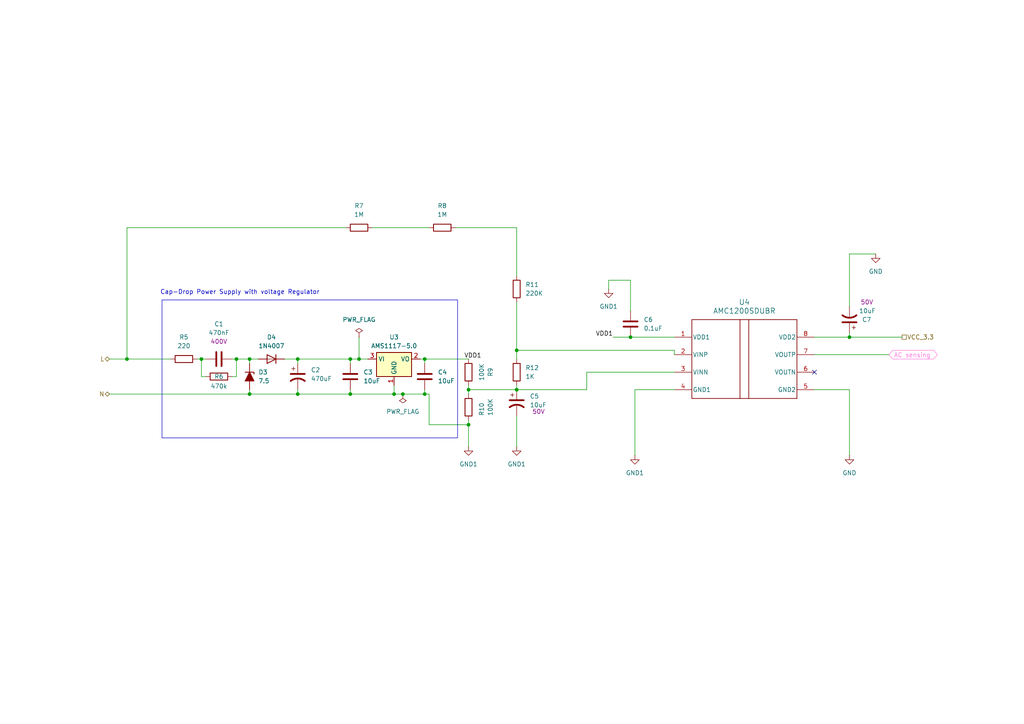
<source format=kicad_sch>
(kicad_sch (version 20250114) (generator "eeschema") (generator_version "9.0")
  (paper "A4")
  (lib_symbols
    (symbol "2025-08-05_00-17-59:AMC1200SDUBR" (pin_names (offset 0.254))
      (property "Reference" "U" (at 0 2.54 0))
      (property "Value" "AMC1200SDUBR" (at 0 0 0))
      (symbol "AMC1200SDUBR_0_1"
        (polyline (pts (xy 5.08 5.08) (xy 5.08 -17.78)) (stroke (width 0.2032)))
        (polyline (pts (xy 5.08 -17.78) (xy 35.56 -17.78)) (stroke (width 0.2032)))
        (polyline (pts (xy 19.05 5.08) (xy 19.05 -17.78)) (stroke (width 0.2032)))
        (polyline (pts (xy 21.59 5.08) (xy 21.59 -17.78)) (stroke (width 0.2032)))
        (polyline (pts (xy 35.56 5.08) (xy 5.08 5.08)) (stroke (width 0.2032)))
        (polyline (pts (xy 35.56 -17.78) (xy 35.56 5.08)) (stroke (width 0.2032)))
        (pin power_in line (at 0 0 0) (length 5.08) (name "VDD1") (number "1"))
        (pin power_in line (at 0 -15.24 0) (length 5.08) (name "GND1") (number "4"))
        (pin power_in line (at 40.64 0 180) (length 5.08) (name "VDD2") (number "8"))
        (pin power_in line (at 40.64 -15.24 180) (length 5.08) (name "GND2") (number "5"))
      )
      (symbol "AMC1200SDUBR_1_1"
        (pin input line (at 0 -5.08 0) (length 5.08) (name "VINP") (number "2"))
        (pin input line (at 0 -10.16 0) (length 5.08) (name "VINN") (number "3"))
        (pin output line (at 40.64 -5.08 180) (length 5.08) (name "VOUTP") (number "7"))
        (pin output line (at 40.64 -10.16 180) (length 5.08) (name "VOUTN") (number "6"))
      )
    )
    (symbol "Device:C" (pin_numbers (hide yes)) (pin_names (offset 0.254))
      (property "Reference" "C" (at 0.635 2.54 0))
      (property "Value" "C" (at 0.635 -2.54 0))
      (symbol "C_0_1"
        (polyline (pts (xy -2.032 0.762) (xy 2.032 0.762)) (stroke (width 0.508)))
        (polyline (pts (xy -2.032 -0.762) (xy 2.032 -0.762)) (stroke (width 0.508)))
      )
      (symbol "C_1_1"
        (pin passive line (at 0 3.81 270) (length 2.794) (name "~") (number "1"))
        (pin passive line (at 0 -3.81 90) (length 2.794) (name "~") (number "2"))
      )
    )
    (symbol "Device:C_Polarized_US" (pin_numbers (hide yes)) (pin_names (offset 0.254) (hide yes))
      (property "Reference" "C" (at 0.635 2.54 0))
      (property "Value" "C_Polarized_US" (at 0.635 -2.54 0))
      (symbol "C_Polarized_US_0_1"
        (polyline (pts (xy -2.032 0.762) (xy 2.032 0.762)) (stroke (width 0.508)))
        (polyline (pts (xy -1.778 2.286) (xy -0.762 2.286)))
        (polyline (pts (xy -1.27 1.778) (xy -1.27 2.794)))
        (arc (start -2.032 -1.27) (mid 0 -0.5572) (end 2.032 -1.27) (stroke (width 0.508)))
      )
      (symbol "C_Polarized_US_1_1"
        (pin passive line (at 0 3.81 270) (length 2.794) (name "~") (number "1"))
        (pin passive line (at 0 -3.81 90) (length 3.302) (name "~") (number "2"))
      )
    )
    (symbol "Device:D_Zener_Filled" (pin_numbers (hide yes)) (pin_names (offset 1.016) (hide yes))
      (property "Reference" "D" (at 0 2.54 0))
      (property "Value" "D_Zener_Filled" (at 0 -2.54 0))
      (symbol "D_Zener_Filled_0_1"
        (polyline (pts (xy -1.27 -1.27) (xy -1.27 1.27) (xy -0.762 1.27)) (stroke (width 0.254)))
        (polyline (pts (xy 1.27 0) (xy -1.27 0)))
        (polyline (pts (xy 1.27 -1.27) (xy 1.27 1.27) (xy -1.27 0) (xy 1.27 -1.27)) (stroke (width 0.254)) (fill (type outline)))
      )
      (symbol "D_Zener_Filled_1_1"
        (pin passive line (at -3.81 0 0) (length 2.54) (name "K") (number "1"))
        (pin passive line (at 3.81 0 180) (length 2.54) (name "A") (number "2"))
      )
    )
    (symbol "Device:R" (pin_numbers (hide yes)) (pin_names (offset 0))
      (property "Reference" "R" (at 2.032 0 90))
      (property "Value" "R" (at 0 0 90))
      (symbol "R_0_1"
        (rectangle (start -1.016 -2.54) (end 1.016 2.54) (stroke (width 0.254)))
      )
      (symbol "R_1_1"
        (pin passive line (at 0 3.81 270) (length 1.27) (name "~") (number "1"))
        (pin passive line (at 0 -3.81 90) (length 1.27) (name "~") (number "2"))
      )
    )
    (symbol "Diode:1N4007" (pin_numbers (hide yes)) (pin_names (hide yes))
      (property "Reference" "D" (at 0 2.54 0))
      (property "Value" "1N4007" (at 0 -2.54 0))
      (symbol "1N4007_0_1"
        (polyline (pts (xy -1.27 1.27) (xy -1.27 -1.27)) (stroke (width 0.254)))
        (polyline (pts (xy 1.27 1.27) (xy 1.27 -1.27) (xy -1.27 0) (xy 1.27 1.27)) (stroke (width 0.254)))
        (polyline (pts (xy 1.27 0) (xy -1.27 0)))
      )
      (symbol "1N4007_1_1"
        (pin passive line (at -3.81 0 0) (length 2.54) (name "K") (number "1"))
        (pin passive line (at 3.81 0 180) (length 2.54) (name "A") (number "2"))
      )
    )
    (symbol "Regulator_Linear:AMS1117-5.0"
      (property "Reference" "U" (at -3.81 3.175 0))
      (property "Value" "AMS1117-5.0" (at 0 3.175 0))
      (symbol "AMS1117-5.0_0_1"
        (rectangle (start -5.08 -5.08) (end 5.08 1.905) (stroke (width 0.254)) (fill (type background)))
      )
      (symbol "AMS1117-5.0_1_1"
        (pin power_in line (at -7.62 0 0) (length 2.54) (name "VI") (number "3"))
        (pin power_in line (at 0 -7.62 90) (length 2.54) (name "GND") (number "1"))
        (pin power_out line (at 7.62 0 180) (length 2.54) (name "VO") (number "2"))
      )
    )
    (symbol "power:GND" (power) (pin_numbers (hide yes)) (pin_names (offset 0) (hide yes))
      (property "Value" "GND" (at 0 -3.81 0))
      (symbol "GND_0_1"
        (polyline (pts (xy 0 0) (xy 0 -1.27) (xy 1.27 -1.27) (xy 0 -2.54) (xy -1.27 -1.27) (xy 0 -1.27)))
      )
      (symbol "GND_1_1"
        (pin power_in line (at 0 0 270) (length 0) (name "~") (number "1"))
      )
    )
    (symbol "power:GND1" (power) (pin_numbers (hide yes)) (pin_names (offset 0) (hide yes))
      (property "Value" "GND1" (at 0 -3.81 0))
      (symbol "GND1_0_1"
        (polyline (pts (xy 0 0) (xy 0 -1.27) (xy 1.27 -1.27) (xy 0 -2.54) (xy -1.27 -1.27) (xy 0 -1.27)))
      )
      (symbol "GND1_1_1"
        (pin power_in line (at 0 0 270) (length 0) (name "~") (number "1"))
      )
    )
    (symbol "power:PWR_FLAG" (power) (pin_numbers (hide yes)) (pin_names (offset 0) (hide yes))
      (property "Value" "PWR_FLAG" (at 0 3.81 0))
      (symbol "PWR_FLAG_0_0"
        (pin power_out line (at 0 0 90) (length 0) (name "~") (number "1"))
      )
      (symbol "PWR_FLAG_0_1"
        (polyline (pts (xy 0 0) (xy 0 1.27) (xy -1.016 1.905) (xy 0 2.54) (xy 1.016 1.905) (xy 0 1.27)))
      )
    )
  )
  (rectangle (start 46.99 86.995) (end 132.715 127))
  (text "Cap-Drop Power Supply with voltage Regulator" (at 69.596 84.836 0) (effects (font (size 1.27 1.27))))
  (junction (at 114.3 114.3))
  (junction (at 246.38 97.79))
  (junction (at 68.58 104.14))
  (junction (at 149.86 113.03))
  (junction (at 135.89 123.19))
  (junction (at 123.19 114.3))
  (junction (at 86.36 114.3))
  (junction (at 36.83 104.14))
  (junction (at 104.14 104.14))
  (junction (at 72.39 104.14))
  (junction (at 101.6 114.3))
  (junction (at 101.6 104.14))
  (junction (at 72.39 114.3))
  (junction (at 123.19 104.14))
  (junction (at 135.89 113.03))
  (junction (at 116.84 114.3))
  (junction (at 182.88 97.79))
  (junction (at 58.42 104.14))
  (junction (at 86.36 104.14))
  (junction (at 149.86 101.6))
  (no_connect (at 236.22 107.95))
  (wire (pts (xy 101.6 114.3) (xy 114.3 114.3)))
  (wire (pts (xy 246.38 113.03) (xy 246.38 132.08)))
  (wire (pts (xy 184.15 113.03) (xy 184.15 132.08)))
  (wire (pts (xy 149.86 80.01) (xy 149.86 66.04)))
  (wire (pts (xy 236.22 102.87) (xy 257.81 102.87)))
  (wire (pts (xy 123.19 114.3) (xy 124.46 114.3)))
  (wire (pts (xy 182.88 81.28) (xy 176.53 81.28)))
  (wire (pts (xy 59.69 109.22) (xy 58.42 109.22)))
  (wire (pts (xy 149.86 113.03) (xy 170.18 113.03)))
  (wire (pts (xy 177.8 97.79) (xy 182.88 97.79)))
  (wire (pts (xy 182.88 90.17) (xy 182.88 81.28)))
  (wire (pts (xy 135.89 123.19) (xy 135.89 129.54)))
  (wire (pts (xy 36.83 104.14) (xy 49.53 104.14)))
  (wire (pts (xy 135.89 113.03) (xy 149.86 113.03)))
  (wire (pts (xy 67.31 109.22) (xy 68.58 109.22)))
  (wire (pts (xy 195.58 101.6) (xy 195.58 102.87)))
  (wire (pts (xy 72.39 104.14) (xy 74.93 104.14)))
  (wire (pts (xy 86.36 114.3) (xy 101.6 114.3)))
  (wire (pts (xy 149.86 87.63) (xy 149.86 101.6)))
  (wire (pts (xy 101.6 104.14) (xy 104.14 104.14)))
  (wire (pts (xy 86.36 104.14) (xy 86.36 105.41)))
  (wire (pts (xy 124.46 123.19) (xy 135.89 123.19)))
  (wire (pts (xy 72.39 104.14) (xy 72.39 105.41)))
  (wire (pts (xy 149.86 111.76) (xy 149.86 113.03)))
  (wire (pts (xy 135.89 111.76) (xy 135.89 113.03)))
  (wire (pts (xy 123.19 113.03) (xy 123.19 114.3)))
  (wire (pts (xy 121.92 104.14) (xy 123.19 104.14)))
  (wire (pts (xy 86.36 104.14) (xy 101.6 104.14)))
  (wire (pts (xy 104.14 104.14) (xy 106.68 104.14)))
  (wire (pts (xy 107.95 66.04) (xy 124.46 66.04)))
  (wire (pts (xy 31.75 104.14) (xy 36.83 104.14)))
  (wire (pts (xy 68.58 109.22) (xy 68.58 104.14)))
  (wire (pts (xy 236.22 113.03) (xy 246.38 113.03)))
  (wire (pts (xy 149.86 120.65) (xy 149.86 129.54)))
  (wire (pts (xy 31.75 114.3) (xy 72.39 114.3)))
  (wire (pts (xy 101.6 114.3) (xy 101.6 113.03)))
  (wire (pts (xy 72.39 113.03) (xy 72.39 114.3)))
  (wire (pts (xy 149.86 66.04) (xy 132.08 66.04)))
  (wire (pts (xy 104.14 97.79) (xy 104.14 104.14)))
  (wire (pts (xy 254 73.66) (xy 246.38 73.66)))
  (wire (pts (xy 124.46 114.3) (xy 124.46 123.19)))
  (wire (pts (xy 149.86 101.6) (xy 195.58 101.6)))
  (wire (pts (xy 101.6 105.41) (xy 101.6 104.14)))
  (wire (pts (xy 149.86 101.6) (xy 149.86 104.14)))
  (wire (pts (xy 135.89 121.92) (xy 135.89 123.19)))
  (wire (pts (xy 114.3 111.76) (xy 114.3 114.3)))
  (wire (pts (xy 86.36 113.03) (xy 86.36 114.3)))
  (wire (pts (xy 246.38 97.79) (xy 261.62 97.79)))
  (wire (pts (xy 123.19 105.41) (xy 123.19 104.14)))
  (wire (pts (xy 72.39 114.3) (xy 86.36 114.3)))
  (wire (pts (xy 246.38 73.66) (xy 246.38 88.9)))
  (wire (pts (xy 36.83 66.04) (xy 36.83 104.14)))
  (wire (pts (xy 176.53 81.28) (xy 176.53 83.82)))
  (wire (pts (xy 58.42 109.22) (xy 58.42 104.14)))
  (wire (pts (xy 67.31 104.14) (xy 68.58 104.14)))
  (wire (pts (xy 246.38 96.52) (xy 246.38 97.79)))
  (wire (pts (xy 57.15 104.14) (xy 58.42 104.14)))
  (wire (pts (xy 82.55 104.14) (xy 86.36 104.14)))
  (wire (pts (xy 114.3 114.3) (xy 116.84 114.3)))
  (wire (pts (xy 170.18 107.95) (xy 170.18 113.03)))
  (wire (pts (xy 184.15 113.03) (xy 195.58 113.03)))
  (wire (pts (xy 170.18 107.95) (xy 195.58 107.95)))
  (wire (pts (xy 135.89 113.03) (xy 135.89 114.3)))
  (wire (pts (xy 58.42 104.14) (xy 59.69 104.14)))
  (wire (pts (xy 116.84 114.3) (xy 123.19 114.3)))
  (wire (pts (xy 68.58 104.14) (xy 72.39 104.14)))
  (wire (pts (xy 182.88 97.79) (xy 195.58 97.79)))
  (wire (pts (xy 100.33 66.04) (xy 36.83 66.04)))
  (wire (pts (xy 236.22 97.79) (xy 246.38 97.79)))
  (wire (pts (xy 123.19 104.14) (xy 135.89 104.14)))
  (label "VDD1" (at 177.8 97.79 180))
  (label "VDD1" (at 134.62 104.14 0))
  (global_label "AC sensing" (shape bidirectional) (at 257.81 102.87 0) (property "Intersheetrefs" "${INTERSHEET_REFS}" (effects (hide yes))))
  (hierarchical_label "L" (shape bidirectional) (at 31.75 104.14 180))
  (hierarchical_label "N" (shape bidirectional) (at 31.75 114.3 180))
  (hierarchical_label "VCC_3.3" (shape passive) (at 261.62 97.79 0))
  (symbol (lib_id "Device:D_Zener_Filled") (at 72.39 109.22 270) (unit 1)
    (property "Reference" "D3" (at 74.93 107.9499 90) (effects (justify left)))
    (property "Value" "7.5" (at 74.93 110.4899 90) (effects (justify left)))
    (property "Footprint" "Diode_SMD:D_MiniMELF" (effects (hide yes)))
    (property "Description" "Zener diode" (effects (hide yes)))
  )
  (symbol (lib_id "Device:R") (at 135.89 107.95 0) (unit 1)
    (property "Reference" "R9" (at 142.24 107.95 90))
    (property "Value" "100K" (at 139.7 107.95 90))
    (property "Footprint" "Resistor_THT:R_Axial_DIN0207_L6.3mm_D2.5mm_P15.24mm_Horizontal" (effects (hide yes)))
    (property "Description" "Resistor" (effects (hide yes)))
  )
  (symbol (lib_id "power:GND1") (at 176.53 83.82 0) (unit 1)
    (property "Reference" "#PWR08" (effects (hide yes)))
    (property "Value" "GND1" (at 176.53 88.9 0))
    (property "Description" "Power symbol creates a global label with name \"GND1\" , ground" (effects (hide yes)))
  )
  (symbol (lib_id "Device:C") (at 123.19 109.22 0) (unit 1)
    (property "Reference" "C4" (at 127 107.9499 0) (effects (justify left)))
    (property "Value" "10uF" (at 127 110.4899 0) (effects (justify left)))
    (property "Footprint" "Capacitor_SMD:C_0402_1005Metric" (effects (hide yes)))
    (property "Description" "Unpolarized capacitor" (effects (hide yes)))
  )
  (symbol (lib_id "Regulator_Linear:AMS1117-5.0") (at 114.3 104.14 0) (unit 1)
    (property "Reference" "U3" (at 114.3 97.79 0))
    (property "Value" "AMS1117-5.0" (at 114.3 100.33 0))
    (property "Footprint" "Package_TO_SOT_SMD:SOT-223-3_TabPin2" (effects (hide yes)))
    (property "Datasheet" "http://www.advanced-monolithic.com/pdf/ds1117.pdf" (effects (hide yes)))
    (property "Description" "1A Low Dropout regulator, positive, 5.0V fixed output, SOT-223" (effects (hide yes)))
  )
  (symbol (lib_id "Device:C") (at 182.88 93.98 0) (unit 1)
    (property "Reference" "C6" (at 186.69 92.7099 0) (effects (justify left)))
    (property "Value" "0.1uF" (at 186.69 95.2499 0) (effects (justify left)))
    (property "Footprint" "Capacitor_SMD:C_1206_3216Metric" (effects (hide yes)))
    (property "Description" "Unpolarized capacitor" (effects (hide yes)))
  )
  (symbol (lib_id "power:PWR_FLAG") (at 116.84 114.3 180) (unit 1)
    (property "Reference" "#FLG03" (effects (hide yes)))
    (property "Value" "PWR_FLAG" (at 116.84 119.38 0))
    (property "Description" "Special symbol for telling ERC where power comes from" (effects (hide yes)))
  )
  (symbol (lib_id "2025-08-05_00-17-59:AMC1200SDUBR") (at 195.58 97.79 0) (unit 1)
    (property "Reference" "U4" (at 215.9 87.63 0) (effects (font (size 1.524 1.524))))
    (property "Value" "AMC1200SDUBR" (at 215.9 90.17 0) (effects (font (size 1.524 1.524))))
    (property "Footprint" "DUB0008A-IPC_A" (effects (hide yes)))
    (property "Datasheet" "https://www.ti.com/lit/gpn/amc1200" (effects (hide yes)))
  )
  (symbol (lib_id "Device:R") (at 53.34 104.14 90) (unit 1)
    (property "Reference" "R5" (at 53.34 97.79 90))
    (property "Value" "220" (at 53.34 100.33 90))
    (property "Footprint" "Resistor_THT:R_Axial_DIN0414_L11.9mm_D4.5mm_P15.24mm_Horizontal" (effects (hide yes)))
    (property "Description" "Resistor" (effects (hide yes)))
    (property "Sim.Device" "R" (effects (hide yes)))
    (property "Sim.Pins" "1=+ 2=-" (effects (hide yes)))
  )
  (symbol (lib_id "Device:C_Polarized_US") (at 246.38 92.71 180) (unit 1)
    (property "Reference" "C7" (at 252.73 92.71 0) (effects (justify left)))
    (property "Value" "10uF" (at 254 90.17 0) (effects (justify left)))
    (property "Description" "Polarized capacitor, US symbol" (effects (hide yes)))
    (property "Voltage" "50V" (at 251.46 87.63 0))
  )
  (symbol (lib_id "Device:R") (at 149.86 83.82 0) (unit 1)
    (property "Reference" "R11" (at 152.4 82.5499 0) (effects (justify left)))
    (property "Value" "220K" (at 152.4 85.0899 0) (effects (justify left)))
    (property "Footprint" "Resistor_THT:R_Axial_DIN0207_L6.3mm_D2.5mm_P15.24mm_Horizontal" (effects (hide yes)))
    (property "Description" "Resistor" (effects (hide yes)))
  )
  (symbol (lib_id "Device:R") (at 135.89 118.11 0) (unit 1)
    (property "Reference" "R10" (at 139.6999 120.65 90) (effects (justify left)))
    (property "Value" "100K" (at 142.2399 120.65 90) (effects (justify left)))
    (property "Footprint" "Resistor_THT:R_Axial_DIN0207_L6.3mm_D2.5mm_P15.24mm_Horizontal" (effects (hide yes)))
    (property "Description" "Resistor" (effects (hide yes)))
  )
  (symbol (lib_id "power:GND1") (at 184.15 132.08 0) (unit 1)
    (property "Reference" "#PWR09" (effects (hide yes)))
    (property "Value" "GND1" (at 184.15 137.16 0))
    (property "Description" "Power symbol creates a global label with name \"GND1\" , ground" (effects (hide yes)))
  )
  (symbol (lib_id "power:PWR_FLAG") (at 104.14 97.79 0) (unit 1)
    (property "Reference" "#FLG02" (effects (hide yes)))
    (property "Value" "PWR_FLAG" (at 104.14 92.71 0))
    (property "Description" "Special symbol for telling ERC where power comes from" (effects (hide yes)))
  )
  (symbol (lib_id "power:GND1") (at 135.89 129.54 0) (unit 1)
    (property "Reference" "#PWR06" (effects (hide yes)))
    (property "Value" "GND1" (at 135.89 134.62 0))
    (property "Description" "Power symbol creates a global label with name \"GND1\" , ground" (effects (hide yes)))
  )
  (symbol (lib_id "Device:R") (at 149.86 107.95 0) (unit 1)
    (property "Reference" "R12" (at 152.4 106.6799 0) (effects (justify left)))
    (property "Value" "1K" (at 152.4 109.2199 0) (effects (justify left)))
    (property "Footprint" "Resistor_THT:R_Axial_DIN0207_L6.3mm_D2.5mm_P15.24mm_Horizontal" (effects (hide yes)))
    (property "Description" "Resistor" (effects (hide yes)))
  )
  (symbol (lib_id "Device:R") (at 128.27 66.04 90) (unit 1)
    (property "Reference" "R8" (at 128.27 59.69 90))
    (property "Value" "1M" (at 128.27 62.23 90))
    (property "Footprint" "Resistor_THT:R_Axial_DIN0207_L6.3mm_D2.5mm_P15.24mm_Horizontal" (effects (hide yes)))
    (property "Description" "Resistor" (effects (hide yes)))
  )
  (symbol (lib_id "power:GND1") (at 149.86 129.54 0) (unit 1)
    (property "Reference" "#PWR07" (effects (hide yes)))
    (property "Value" "GND1" (at 149.86 134.62 0))
    (property "Description" "Power symbol creates a global label with name \"GND1\" , ground" (effects (hide yes)))
  )
  (symbol (lib_id "Device:C") (at 63.5 104.14 90) (unit 1)
    (property "Reference" "C1" (at 63.5 93.98 90))
    (property "Value" "470nF" (at 63.5 96.52 90))
    (property "Footprint" "Capacitor_THT:C_Rect_L32.0mm_W15.0mm_P27.00mm" (effects (hide yes)))
    (property "Description" "Unpolarized capacitor" (effects (hide yes)))
    (property "voltage" "400V" (at 63.5 99.06 90))
    (property "Sim.Device" "C" (effects (hide yes)))
    (property "Sim.Pins" "1=+ 2=-" (effects (hide yes)))
  )
  (symbol (lib_id "Device:R") (at 104.14 66.04 90) (unit 1)
    (property "Reference" "R7" (at 104.14 59.69 90))
    (property "Value" "1M" (at 104.14 62.23 90))
    (property "Footprint" "Resistor_THT:R_Axial_DIN0207_L6.3mm_D2.5mm_P15.24mm_Horizontal" (effects (hide yes)))
    (property "Description" "Resistor" (effects (hide yes)))
  )
  (symbol (lib_id "Device:R") (at 63.5 109.22 90) (unit 1)
    (property "Reference" "R6" (at 63.5 109.22 90))
    (property "Value" "470k" (at 63.5 112.014 90))
    (property "Footprint" "Resistor_THT:R_Axial_DIN0207_L6.3mm_D2.5mm_P15.24mm_Horizontal" (effects (hide yes)))
    (property "Description" "Resistor" (effects (hide yes)))
  )
  (symbol (lib_id "Device:C_Polarized_US") (at 86.36 109.22 0) (unit 1)
    (property "Reference" "C2" (at 90.17 107.3149 0) (effects (justify left)))
    (property "Value" "470uF" (at 90.17 109.8549 0) (effects (justify left)))
    (property "Footprint" "Capacitor_SMD:CP_Elec_6.3x7.7" (effects (hide yes)))
    (property "Description" "Polarized capacitor, US symbol" (effects (hide yes)))
  )
  (symbol (lib_id "power:GND") (at 246.38 132.08 0) (unit 1)
    (property "Reference" "#PWR010" (effects (hide yes)))
    (property "Value" "GND" (at 246.38 137.16 0))
    (property "Description" "Power symbol creates a global label with name \"GND\" , ground" (effects (hide yes)))
  )
  (symbol (lib_id "Diode:1N4007") (at 78.74 104.14 180) (unit 1)
    (property "Reference" "D4" (at 78.74 97.79 0))
    (property "Value" "1N4007" (at 78.74 100.33 0))
    (property "Footprint" "Diode_THT:D_DO-41_SOD81_P10.16mm_Horizontal" (effects (hide yes)))
    (property "Datasheet" "http://www.vishay.com/docs/88503/1n4001.pdf" (effects (hide yes)))
    (property "Description" "1000V 1A General Purpose Rectifier Diode, DO-41" (effects (hide yes)))
    (property "Sim.Device" "D" (effects (hide yes)))
    (property "Sim.Pins" "1=K 2=A" (effects (hide yes)))
  )
  (symbol (lib_id "Device:C_Polarized_US") (at 149.86 116.84 0) (unit 1)
    (property "Reference" "C5" (at 153.67 114.9349 0) (effects (justify left)))
    (property "Value" "10uF" (at 153.67 117.4749 0) (effects (justify left)))
    (property "Description" "Polarized capacitor, US symbol" (effects (hide yes)))
    (property "Voltage" "50V" (at 156.21 119.38 0))
  )
  (symbol (lib_id "power:GND") (at 254 73.66 0) (unit 1)
    (property "Reference" "#PWR011" (effects (hide yes)))
    (property "Value" "GND" (at 254 78.74 0))
    (property "Description" "Power symbol creates a global label with name \"GND\" , ground" (effects (hide yes)))
  )
  (symbol (lib_id "Device:C") (at 101.6 109.22 0) (unit 1)
    (property "Reference" "C3" (at 105.41 107.9499 0) (effects (justify left)))
    (property "Value" "10uF" (at 105.41 110.4899 0) (effects (justify left)))
    (property "Footprint" "Capacitor_SMD:C_0402_1005Metric" (effects (hide yes)))
    (property "Description" "Unpolarized capacitor" (effects (hide yes)))
  )
)
</source>
